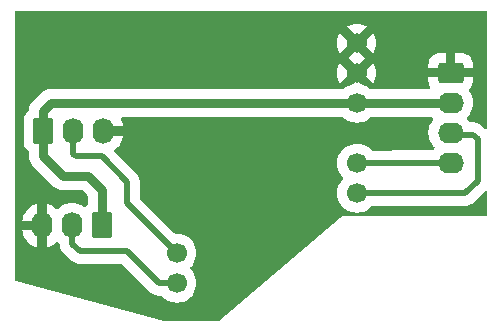
<source format=gbr>
%TF.GenerationSoftware,KiCad,Pcbnew,8.0.1*%
%TF.CreationDate,2024-08-07T22:17:08+12:00*%
%TF.ProjectId,Stm32_Bluepill Breakout,53746d33-325f-4426-9c75-6570696c6c20,rev?*%
%TF.SameCoordinates,Original*%
%TF.FileFunction,Copper,L2,Bot*%
%TF.FilePolarity,Positive*%
%FSLAX46Y46*%
G04 Gerber Fmt 4.6, Leading zero omitted, Abs format (unit mm)*
G04 Created by KiCad (PCBNEW 8.0.1) date 2024-08-07 22:17:08*
%MOMM*%
%LPD*%
G01*
G04 APERTURE LIST*
G04 Aperture macros list*
%AMRoundRect*
0 Rectangle with rounded corners*
0 $1 Rounding radius*
0 $2 $3 $4 $5 $6 $7 $8 $9 X,Y pos of 4 corners*
0 Add a 4 corners polygon primitive as box body*
4,1,4,$2,$3,$4,$5,$6,$7,$8,$9,$2,$3,0*
0 Add four circle primitives for the rounded corners*
1,1,$1+$1,$2,$3*
1,1,$1+$1,$4,$5*
1,1,$1+$1,$6,$7*
1,1,$1+$1,$8,$9*
0 Add four rect primitives between the rounded corners*
20,1,$1+$1,$2,$3,$4,$5,0*
20,1,$1+$1,$4,$5,$6,$7,0*
20,1,$1+$1,$6,$7,$8,$9,0*
20,1,$1+$1,$8,$9,$2,$3,0*%
G04 Aperture macros list end*
%TA.AperFunction,ComponentPad*%
%ADD10C,1.700000*%
%TD*%
%TA.AperFunction,ComponentPad*%
%ADD11RoundRect,0.250000X-0.845000X0.620000X-0.845000X-0.620000X0.845000X-0.620000X0.845000X0.620000X0*%
%TD*%
%TA.AperFunction,ComponentPad*%
%ADD12O,2.190000X1.740000*%
%TD*%
%TA.AperFunction,ComponentPad*%
%ADD13RoundRect,0.250000X0.620000X0.845000X-0.620000X0.845000X-0.620000X-0.845000X0.620000X-0.845000X0*%
%TD*%
%TA.AperFunction,ComponentPad*%
%ADD14O,1.740000X2.190000*%
%TD*%
%TA.AperFunction,ComponentPad*%
%ADD15RoundRect,0.250000X-0.620000X-0.845000X0.620000X-0.845000X0.620000X0.845000X-0.620000X0.845000X0*%
%TD*%
%TA.AperFunction,Conductor*%
%ADD16C,0.800000*%
%TD*%
%TA.AperFunction,Conductor*%
%ADD17C,0.500000*%
%TD*%
G04 APERTURE END LIST*
D10*
%TO.P,U1,8,PA11*%
%TO.N,/RPM*%
X138400000Y-88940000D03*
%TO.P,U1,9,PA12*%
%TO.N,/SPD*%
X138400000Y-91480000D03*
%TO.P,U1,35,PB10*%
%TO.N,/SDA*%
X153640000Y-83860000D03*
%TO.P,U1,36,PB11*%
%TO.N,/SCL*%
X153640000Y-81320000D03*
%TO.P,U1,38,3V3*%
%TO.N,+3.3V*%
X153640000Y-76240000D03*
%TO.P,U1,39,GND*%
%TO.N,GND*%
X153640000Y-73700000D03*
%TO.P,U1,40,GND*%
X153640000Y-71160000D03*
%TD*%
D11*
%TO.P,J7,1,Pin_1*%
%TO.N,GND*%
X161600000Y-73660000D03*
D12*
%TO.P,J7,2,Pin_2*%
%TO.N,+3.3V*%
X161600000Y-76200000D03*
%TO.P,J7,3,Pin_3*%
%TO.N,/SDA*%
X161600000Y-78740000D03*
%TO.P,J7,4,Pin_4*%
%TO.N,/SCL*%
X161600000Y-81280000D03*
%TD*%
D13*
%TO.P,J2,1,Pin_1*%
%TO.N,+3.3V*%
X132080000Y-86600000D03*
D14*
%TO.P,J2,2,Pin_2*%
%TO.N,/SPD*%
X129540000Y-86600000D03*
%TO.P,J2,3,Pin_3*%
%TO.N,GND*%
X127000000Y-86600000D03*
%TD*%
D15*
%TO.P,J1,1,Pin_1*%
%TO.N,+3.3V*%
X127100000Y-78600000D03*
D14*
%TO.P,J1,2,Pin_2*%
%TO.N,/RPM*%
X129640000Y-78600000D03*
%TO.P,J1,3,Pin_3*%
%TO.N,GND*%
X132180000Y-78600000D03*
%TD*%
D16*
%TO.N,+3.3V*%
X132080000Y-83580000D02*
X132080000Y-86600000D01*
X130900000Y-82400000D02*
X132080000Y-83580000D01*
X128800000Y-82400000D02*
X130900000Y-82400000D01*
X127100000Y-80700000D02*
X128800000Y-82400000D01*
X127100000Y-78600000D02*
X127100000Y-80700000D01*
D17*
%TO.N,/RPM*%
X129640000Y-80540000D02*
X129640000Y-78600000D01*
X132045000Y-80745000D02*
X129845000Y-80745000D01*
X134200000Y-84740000D02*
X134200000Y-82900000D01*
X134200000Y-82900000D02*
X132045000Y-80745000D01*
X138400000Y-88940000D02*
X134200000Y-84740000D01*
X129845000Y-80745000D02*
X129640000Y-80540000D01*
%TO.N,/SPD*%
X130200000Y-88800000D02*
X129540000Y-88140000D01*
X129540000Y-88140000D02*
X129540000Y-86700000D01*
X134200000Y-88800000D02*
X130200000Y-88800000D01*
X136880000Y-91480000D02*
X134200000Y-88800000D01*
X138400000Y-91480000D02*
X136880000Y-91480000D01*
D16*
%TO.N,+3.3V*%
X127100000Y-76900000D02*
X127100000Y-78600000D01*
X127760000Y-76240000D02*
X127100000Y-76900000D01*
X153640000Y-76240000D02*
X127760000Y-76240000D01*
D17*
%TO.N,/SCL*%
X156700000Y-81300000D02*
X156680000Y-81320000D01*
X156680000Y-81320000D02*
X153640000Y-81320000D01*
X161580000Y-81300000D02*
X156700000Y-81300000D01*
X161600000Y-81280000D02*
X161580000Y-81300000D01*
%TO.N,GND*%
X161480000Y-73700000D02*
X161600000Y-73820000D01*
D16*
%TO.N,+3.3V*%
X153640000Y-76240000D02*
X161480000Y-76240000D01*
X161480000Y-76240000D02*
X161600000Y-76360000D01*
D17*
%TO.N,/SDA*%
X163500000Y-78900000D02*
X161600000Y-78900000D01*
X163900000Y-79300000D02*
X163500000Y-78900000D01*
X162840000Y-83860000D02*
X163900000Y-82800000D01*
X163900000Y-82800000D02*
X163900000Y-79300000D01*
X153640000Y-83860000D02*
X162840000Y-83860000D01*
%TD*%
%TA.AperFunction,Conductor*%
%TO.N,GND*%
G36*
X164642539Y-68420185D02*
G01*
X164688294Y-68472989D01*
X164699500Y-68524500D01*
X164699500Y-78314507D01*
X164679815Y-78381546D01*
X164627011Y-78427301D01*
X164557853Y-78437245D01*
X164494297Y-78408220D01*
X164487819Y-78402188D01*
X164320317Y-78234686D01*
X164320297Y-78234664D01*
X164169657Y-78084024D01*
X164043248Y-77999561D01*
X163997598Y-77969059D01*
X163806420Y-77889870D01*
X163806412Y-77889868D01*
X163603469Y-77849500D01*
X163603465Y-77849500D01*
X163308464Y-77849500D01*
X163241425Y-77829815D01*
X163210088Y-77800986D01*
X163083644Y-77636201D01*
X163083638Y-77636194D01*
X163005125Y-77557681D01*
X162971640Y-77496358D01*
X162976624Y-77426666D01*
X163005125Y-77382319D01*
X163083638Y-77303805D01*
X163083643Y-77303800D01*
X163216950Y-77130071D01*
X163326440Y-76940428D01*
X163410241Y-76738117D01*
X163466917Y-76526598D01*
X163495500Y-76309490D01*
X163495500Y-76090510D01*
X163466917Y-75873402D01*
X163410241Y-75661883D01*
X163326440Y-75459572D01*
X163216950Y-75269929D01*
X163165176Y-75202455D01*
X163139982Y-75137286D01*
X163154021Y-75068841D01*
X163184891Y-75031113D01*
X163191057Y-75026052D01*
X163322267Y-74866173D01*
X163322271Y-74866166D01*
X163419766Y-74683766D01*
X163479808Y-74485834D01*
X163495000Y-74331584D01*
X163495000Y-74060000D01*
X162041456Y-74060000D01*
X162076118Y-74025338D01*
X162154452Y-73889661D01*
X162195000Y-73738333D01*
X162195000Y-73581667D01*
X162154452Y-73430339D01*
X162076118Y-73294662D01*
X162041456Y-73260000D01*
X163495000Y-73260000D01*
X163495000Y-72988415D01*
X163479808Y-72834165D01*
X163419766Y-72636233D01*
X163322271Y-72453833D01*
X163322267Y-72453826D01*
X163191055Y-72293944D01*
X163031173Y-72162732D01*
X163031166Y-72162728D01*
X162848766Y-72065233D01*
X162650834Y-72005191D01*
X162496585Y-71990000D01*
X162000000Y-71990000D01*
X162000000Y-73218544D01*
X161965338Y-73183882D01*
X161829661Y-73105548D01*
X161678333Y-73065000D01*
X161521667Y-73065000D01*
X161370339Y-73105548D01*
X161234662Y-73183882D01*
X161200000Y-73218544D01*
X161200000Y-71990000D01*
X160703415Y-71990000D01*
X160549165Y-72005191D01*
X160351233Y-72065233D01*
X160168833Y-72162728D01*
X160168826Y-72162732D01*
X160008944Y-72293944D01*
X159877732Y-72453826D01*
X159877728Y-72453833D01*
X159780233Y-72636233D01*
X159720191Y-72834165D01*
X159705000Y-72988415D01*
X159705000Y-73260000D01*
X161158544Y-73260000D01*
X161123882Y-73294662D01*
X161045548Y-73430339D01*
X161005000Y-73581667D01*
X161005000Y-73738333D01*
X161045548Y-73889661D01*
X161123882Y-74025338D01*
X161158544Y-74060000D01*
X159705000Y-74060000D01*
X159705000Y-74331584D01*
X159720191Y-74485834D01*
X159780233Y-74683766D01*
X159872854Y-74857047D01*
X159887096Y-74925450D01*
X159862096Y-74990693D01*
X159805791Y-75032064D01*
X159763496Y-75039500D01*
X154821531Y-75039500D01*
X154754492Y-75019815D01*
X154741000Y-75009790D01*
X154613143Y-74900590D01*
X154556979Y-74866173D01*
X154391628Y-74764846D01*
X154391627Y-74764845D01*
X154391623Y-74764843D01*
X154195884Y-74683766D01*
X154151610Y-74665427D01*
X154151607Y-74665426D01*
X154151604Y-74665425D01*
X154038402Y-74638246D01*
X153979670Y-74605354D01*
X153640001Y-74265685D01*
X153640000Y-74265685D01*
X153300329Y-74605355D01*
X153241597Y-74638248D01*
X153128386Y-74665428D01*
X152888376Y-74764843D01*
X152666856Y-74900590D01*
X152539000Y-75009790D01*
X152475239Y-75038361D01*
X152458469Y-75039500D01*
X127665514Y-75039500D01*
X127478881Y-75069059D01*
X127299163Y-75127454D01*
X127130800Y-75213240D01*
X126977923Y-75324312D01*
X126184313Y-76117921D01*
X126184309Y-76117926D01*
X126164263Y-76145518D01*
X126164263Y-76145519D01*
X126073240Y-76270800D01*
X125987454Y-76439163D01*
X125929059Y-76618881D01*
X125899500Y-76805513D01*
X125899500Y-76813784D01*
X125879815Y-76880823D01*
X125854164Y-76909638D01*
X125733589Y-77008589D01*
X125602317Y-77168547D01*
X125504769Y-77351043D01*
X125444699Y-77549067D01*
X125429500Y-77703395D01*
X125429500Y-79496604D01*
X125444699Y-79650932D01*
X125457915Y-79694500D01*
X125504768Y-79848954D01*
X125602315Y-80031450D01*
X125602317Y-80031452D01*
X125733589Y-80191410D01*
X125854164Y-80290362D01*
X125893499Y-80348108D01*
X125899500Y-80386216D01*
X125899500Y-80794486D01*
X125929059Y-80981118D01*
X125987454Y-81160836D01*
X126068553Y-81320000D01*
X126073240Y-81329199D01*
X126184310Y-81482074D01*
X128017926Y-83315690D01*
X128170801Y-83426760D01*
X128339168Y-83512547D01*
X128518882Y-83570940D01*
X128588870Y-83582025D01*
X128705513Y-83600500D01*
X128705518Y-83600500D01*
X128705519Y-83600500D01*
X130351374Y-83600500D01*
X130418413Y-83620185D01*
X130439055Y-83636819D01*
X130843181Y-84040945D01*
X130876666Y-84102268D01*
X130879500Y-84128626D01*
X130879500Y-84813784D01*
X130859815Y-84880823D01*
X130834164Y-84909638D01*
X130713587Y-85008591D01*
X130708484Y-85014810D01*
X130650738Y-85054143D01*
X130580893Y-85056012D01*
X130537147Y-85034519D01*
X130470070Y-84983049D01*
X130280438Y-84873565D01*
X130280433Y-84873562D01*
X130280428Y-84873560D01*
X130080971Y-84790941D01*
X130078115Y-84789758D01*
X129972357Y-84761421D01*
X129866598Y-84733083D01*
X129830314Y-84728306D01*
X129649497Y-84704500D01*
X129649490Y-84704500D01*
X129430510Y-84704500D01*
X129430502Y-84704500D01*
X129223853Y-84731707D01*
X129213402Y-84733083D01*
X129168699Y-84745060D01*
X129001884Y-84789758D01*
X128943882Y-84813784D01*
X128799572Y-84873560D01*
X128799569Y-84873561D01*
X128799561Y-84873565D01*
X128609929Y-84983049D01*
X128436202Y-85116354D01*
X128357327Y-85195229D01*
X128296003Y-85228713D01*
X128226312Y-85223729D01*
X128181965Y-85195228D01*
X128103475Y-85116738D01*
X128103468Y-85116732D01*
X127929801Y-84983473D01*
X127929785Y-84983462D01*
X127740214Y-84874012D01*
X127740198Y-84874004D01*
X127537959Y-84790235D01*
X127400000Y-84753268D01*
X127400000Y-86158544D01*
X127365338Y-86123882D01*
X127229661Y-86045548D01*
X127078333Y-86005000D01*
X126921667Y-86005000D01*
X126770339Y-86045548D01*
X126634662Y-86123882D01*
X126600000Y-86158544D01*
X126600000Y-84753268D01*
X126462040Y-84790235D01*
X126259801Y-84874004D01*
X126259785Y-84874012D01*
X126070214Y-84983462D01*
X126070198Y-84983473D01*
X125896531Y-85116732D01*
X125896524Y-85116738D01*
X125741738Y-85271524D01*
X125741732Y-85271531D01*
X125608473Y-85445198D01*
X125608462Y-85445214D01*
X125499012Y-85634785D01*
X125499004Y-85634801D01*
X125415234Y-85837043D01*
X125358573Y-86048503D01*
X125338628Y-86200000D01*
X126558544Y-86200000D01*
X126523882Y-86234662D01*
X126445548Y-86370339D01*
X126405000Y-86521667D01*
X126405000Y-86678333D01*
X126445548Y-86829661D01*
X126523882Y-86965338D01*
X126558544Y-87000000D01*
X125338629Y-87000000D01*
X125358573Y-87151496D01*
X125415234Y-87362956D01*
X125499004Y-87565198D01*
X125499012Y-87565214D01*
X125608462Y-87754785D01*
X125608473Y-87754801D01*
X125741732Y-87928468D01*
X125741738Y-87928475D01*
X125896524Y-88083261D01*
X125896531Y-88083267D01*
X126070198Y-88216526D01*
X126070214Y-88216537D01*
X126259785Y-88325987D01*
X126259796Y-88325992D01*
X126462034Y-88409762D01*
X126462041Y-88409764D01*
X126599999Y-88446730D01*
X126600000Y-88446730D01*
X126600000Y-87041456D01*
X126634662Y-87076118D01*
X126770339Y-87154452D01*
X126921667Y-87195000D01*
X127078333Y-87195000D01*
X127229661Y-87154452D01*
X127365338Y-87076118D01*
X127400000Y-87041456D01*
X127400000Y-88446730D01*
X127537958Y-88409764D01*
X127537965Y-88409762D01*
X127740203Y-88325992D01*
X127740214Y-88325987D01*
X127929785Y-88216537D01*
X127929801Y-88216526D01*
X128103467Y-88083268D01*
X128181964Y-88004771D01*
X128243287Y-87971286D01*
X128312979Y-87976270D01*
X128357327Y-88004771D01*
X128436194Y-88083638D01*
X128436198Y-88083641D01*
X128436200Y-88083643D01*
X128440986Y-88087315D01*
X128482188Y-88143741D01*
X128489500Y-88185691D01*
X128489500Y-88243469D01*
X128529868Y-88446412D01*
X128529870Y-88446420D01*
X128609059Y-88637598D01*
X128724023Y-88809655D01*
X128870345Y-88955977D01*
X128870346Y-88955977D01*
X128877413Y-88963044D01*
X128877412Y-88963044D01*
X128877415Y-88963046D01*
X129384022Y-89469654D01*
X129384023Y-89469655D01*
X129530345Y-89615977D01*
X129702402Y-89730941D01*
X129893580Y-89810130D01*
X130096530Y-89850499D01*
X130096534Y-89850500D01*
X130096535Y-89850500D01*
X133713507Y-89850500D01*
X133780546Y-89870185D01*
X133801188Y-89886819D01*
X136060897Y-92146528D01*
X136060926Y-92146559D01*
X136210342Y-92295975D01*
X136210345Y-92295977D01*
X136382402Y-92410941D01*
X136573580Y-92490130D01*
X136742861Y-92523802D01*
X136765309Y-92528267D01*
X136776533Y-92530500D01*
X136776534Y-92530500D01*
X136776535Y-92530500D01*
X137069495Y-92530500D01*
X137136534Y-92550185D01*
X137163785Y-92573968D01*
X137229311Y-92650689D01*
X137426860Y-92819412D01*
X137648372Y-92955154D01*
X137648374Y-92955154D01*
X137648376Y-92955156D01*
X137709693Y-92980554D01*
X137888390Y-93054573D01*
X138141006Y-93115221D01*
X138400000Y-93135604D01*
X138658994Y-93115221D01*
X138911610Y-93054573D01*
X139151628Y-92955154D01*
X139373140Y-92819412D01*
X139570689Y-92650689D01*
X139739412Y-92453140D01*
X139875154Y-92231628D01*
X139974573Y-91991610D01*
X140035221Y-91738994D01*
X140055604Y-91480000D01*
X140035221Y-91221006D01*
X139974573Y-90968390D01*
X139875154Y-90728372D01*
X139739412Y-90506860D01*
X139570689Y-90309311D01*
X139564809Y-90304289D01*
X139526617Y-90245787D01*
X139526116Y-90175919D01*
X139563468Y-90116872D01*
X139564702Y-90115802D01*
X139570689Y-90110689D01*
X139739412Y-89913140D01*
X139875154Y-89691628D01*
X139974573Y-89451610D01*
X140035221Y-89198994D01*
X140055604Y-88940000D01*
X140035221Y-88681006D01*
X139974573Y-88428390D01*
X139897974Y-88243465D01*
X139875156Y-88188376D01*
X139842241Y-88134664D01*
X139739412Y-87966860D01*
X139570689Y-87769311D01*
X139373140Y-87600588D01*
X139151628Y-87464846D01*
X139151627Y-87464845D01*
X139151623Y-87464843D01*
X138985627Y-87396086D01*
X138911610Y-87365427D01*
X138911611Y-87365427D01*
X138773921Y-87332370D01*
X138658994Y-87304779D01*
X138658992Y-87304778D01*
X138658991Y-87304778D01*
X138424189Y-87286299D01*
X138400000Y-87284396D01*
X138399999Y-87284396D01*
X138299414Y-87292311D01*
X138231037Y-87277946D01*
X138202006Y-87256374D01*
X135286819Y-84341187D01*
X135253334Y-84279864D01*
X135250500Y-84253506D01*
X135250500Y-82796534D01*
X135250499Y-82796530D01*
X135227943Y-82683132D01*
X135210130Y-82593580D01*
X135130941Y-82402402D01*
X135015977Y-82230345D01*
X135015975Y-82230342D01*
X134866559Y-82080926D01*
X134866528Y-82080897D01*
X133148875Y-80363244D01*
X133115390Y-80301921D01*
X133120374Y-80232229D01*
X133161070Y-80177187D01*
X133283468Y-80083267D01*
X133283475Y-80083261D01*
X133438261Y-79928475D01*
X133438267Y-79928468D01*
X133571526Y-79754801D01*
X133571537Y-79754785D01*
X133680987Y-79565214D01*
X133680995Y-79565198D01*
X133764765Y-79362956D01*
X133821426Y-79151496D01*
X133841371Y-79000000D01*
X132621456Y-79000000D01*
X132656118Y-78965338D01*
X132734452Y-78829661D01*
X132775000Y-78678333D01*
X132775000Y-78521667D01*
X132734452Y-78370339D01*
X132656118Y-78234662D01*
X132621456Y-78200000D01*
X133841371Y-78200000D01*
X133821426Y-78048503D01*
X133764765Y-77837043D01*
X133680995Y-77634801D01*
X133680991Y-77634794D01*
X133676202Y-77626498D01*
X133659732Y-77558597D01*
X133682585Y-77492571D01*
X133737507Y-77449381D01*
X133783591Y-77440500D01*
X152458469Y-77440500D01*
X152525508Y-77460185D01*
X152539000Y-77470210D01*
X152666856Y-77579409D01*
X152666860Y-77579412D01*
X152888372Y-77715154D01*
X152888374Y-77715154D01*
X152888376Y-77715156D01*
X152949693Y-77740554D01*
X153128390Y-77814573D01*
X153381006Y-77875221D01*
X153640000Y-77895604D01*
X153898994Y-77875221D01*
X154151610Y-77814573D01*
X154391628Y-77715154D01*
X154613140Y-77579412D01*
X154658607Y-77540579D01*
X154741000Y-77470210D01*
X154804761Y-77441639D01*
X154821531Y-77440500D01*
X160015075Y-77440500D01*
X160082114Y-77460185D01*
X160127869Y-77512989D01*
X160137813Y-77582147D01*
X160113451Y-77639986D01*
X159983049Y-77809929D01*
X159873565Y-77999561D01*
X159873560Y-77999573D01*
X159789758Y-78201884D01*
X159733084Y-78413399D01*
X159733082Y-78413410D01*
X159704500Y-78630502D01*
X159704500Y-78849497D01*
X159724315Y-79000000D01*
X159733083Y-79066598D01*
X159789759Y-79278117D01*
X159873560Y-79480428D01*
X159873562Y-79480433D01*
X159873565Y-79480438D01*
X159983049Y-79670070D01*
X160116355Y-79843798D01*
X160116361Y-79843805D01*
X160194875Y-79922319D01*
X160228360Y-79983642D01*
X160223376Y-80053334D01*
X160194875Y-80097681D01*
X160116361Y-80176194D01*
X160116357Y-80176198D01*
X160097339Y-80200985D01*
X160040911Y-80242189D01*
X159998962Y-80249500D01*
X156596534Y-80249500D01*
X156548003Y-80259153D01*
X156507967Y-80267117D01*
X156483777Y-80269500D01*
X154970505Y-80269500D01*
X154903466Y-80249815D01*
X154876215Y-80226032D01*
X154868077Y-80216503D01*
X154810689Y-80149311D01*
X154613140Y-79980588D01*
X154391628Y-79844846D01*
X154391627Y-79844845D01*
X154391623Y-79844843D01*
X154225627Y-79776086D01*
X154151610Y-79745427D01*
X154151611Y-79745427D01*
X154013921Y-79712370D01*
X153898994Y-79684779D01*
X153898992Y-79684778D01*
X153898991Y-79684778D01*
X153640000Y-79664396D01*
X153381009Y-79684778D01*
X153128389Y-79745427D01*
X152888376Y-79844843D01*
X152666859Y-79980588D01*
X152469311Y-80149311D01*
X152300588Y-80346859D01*
X152164843Y-80568376D01*
X152065427Y-80808389D01*
X152004778Y-81061009D01*
X151984396Y-81320000D01*
X152004778Y-81578990D01*
X152065427Y-81831610D01*
X152164843Y-82071623D01*
X152164845Y-82071627D01*
X152164846Y-82071628D01*
X152300588Y-82293140D01*
X152469311Y-82490689D01*
X152475193Y-82495712D01*
X152513383Y-82554219D01*
X152513881Y-82624087D01*
X152476526Y-82683132D01*
X152475256Y-82684232D01*
X152469311Y-82689311D01*
X152469309Y-82689313D01*
X152300588Y-82886859D01*
X152164843Y-83108376D01*
X152065427Y-83348389D01*
X152004778Y-83601009D01*
X151984396Y-83860000D01*
X152004778Y-84118990D01*
X152065427Y-84371610D01*
X152164843Y-84611623D01*
X152164845Y-84611627D01*
X152164846Y-84611628D01*
X152300588Y-84833140D01*
X152469311Y-85030689D01*
X152666860Y-85199412D01*
X152888372Y-85335154D01*
X152888374Y-85335154D01*
X152888376Y-85335156D01*
X152949693Y-85360554D01*
X153128390Y-85434573D01*
X153381006Y-85495221D01*
X153640000Y-85515604D01*
X153898994Y-85495221D01*
X154151610Y-85434573D01*
X154391628Y-85335154D01*
X154613140Y-85199412D01*
X154810689Y-85030689D01*
X154876215Y-84953968D01*
X154934722Y-84915775D01*
X154970505Y-84910500D01*
X162943466Y-84910500D01*
X162943467Y-84910499D01*
X163146420Y-84870130D01*
X163337598Y-84790941D01*
X163337603Y-84790937D01*
X163337606Y-84790936D01*
X163367931Y-84770672D01*
X163397464Y-84750940D01*
X163509655Y-84675977D01*
X163655977Y-84529655D01*
X163655978Y-84529653D01*
X163663044Y-84522587D01*
X163663047Y-84522583D01*
X164487819Y-83697811D01*
X164549142Y-83664326D01*
X164618834Y-83669310D01*
X164674767Y-83711182D01*
X164699184Y-83776646D01*
X164699500Y-83785492D01*
X164699500Y-85675500D01*
X164679815Y-85742539D01*
X164627011Y-85788294D01*
X164575500Y-85799500D01*
X152625710Y-85799500D01*
X152615518Y-85799080D01*
X152596445Y-85797507D01*
X152575469Y-85795777D01*
X152565932Y-85797507D01*
X152543794Y-85799500D01*
X152534108Y-85799500D01*
X152534106Y-85799500D01*
X152534100Y-85799501D01*
X152495288Y-85809899D01*
X152485345Y-85812130D01*
X152445801Y-85819307D01*
X152445796Y-85819309D01*
X152437029Y-85823450D01*
X152416174Y-85831099D01*
X152406818Y-85833606D01*
X152406814Y-85833607D01*
X152406814Y-85833608D01*
X152378313Y-85850062D01*
X152372012Y-85853700D01*
X152362985Y-85858427D01*
X152326646Y-85875594D01*
X152326642Y-85875597D01*
X152319248Y-85881864D01*
X152301087Y-85894648D01*
X152292693Y-85899494D01*
X152292680Y-85899504D01*
X152264267Y-85927916D01*
X152256768Y-85934823D01*
X141951115Y-94670092D01*
X141887247Y-94698423D01*
X141870937Y-94699500D01*
X137381988Y-94699500D01*
X137349981Y-94695298D01*
X124792493Y-91340244D01*
X124732806Y-91303922D01*
X124702232Y-91241097D01*
X124700500Y-91220446D01*
X124700500Y-73700000D01*
X151984898Y-73700000D01*
X152005274Y-73958912D01*
X152065901Y-74211445D01*
X152065906Y-74211462D01*
X152165287Y-74451389D01*
X152165292Y-74451399D01*
X152225182Y-74549132D01*
X153008489Y-73765826D01*
X153140000Y-73765826D01*
X153174075Y-73892993D01*
X153239901Y-74007007D01*
X153332993Y-74100099D01*
X153447007Y-74165925D01*
X153574174Y-74200000D01*
X153705826Y-74200000D01*
X153832993Y-74165925D01*
X153947007Y-74100099D01*
X154040099Y-74007007D01*
X154105925Y-73892993D01*
X154140000Y-73765826D01*
X154140000Y-73700001D01*
X154205685Y-73700001D01*
X155054816Y-74549132D01*
X155054817Y-74549132D01*
X155114707Y-74451400D01*
X155114709Y-74451397D01*
X155214093Y-74211462D01*
X155214098Y-74211445D01*
X155274725Y-73958912D01*
X155295101Y-73700000D01*
X155274725Y-73441087D01*
X155214098Y-73188554D01*
X155214093Y-73188537D01*
X155114709Y-72948602D01*
X155114707Y-72948599D01*
X155054816Y-72850866D01*
X154205685Y-73699999D01*
X154205685Y-73700001D01*
X154140000Y-73700001D01*
X154140000Y-73634174D01*
X154105925Y-73507007D01*
X154040099Y-73392993D01*
X153947007Y-73299901D01*
X153832993Y-73234075D01*
X153705826Y-73200000D01*
X153574174Y-73200000D01*
X153447007Y-73234075D01*
X153332993Y-73299901D01*
X153239901Y-73392993D01*
X153174075Y-73507007D01*
X153140000Y-73634174D01*
X153140000Y-73765826D01*
X153008489Y-73765826D01*
X153074315Y-73700000D01*
X153074315Y-73699999D01*
X152225182Y-72850866D01*
X152165292Y-72948600D01*
X152165287Y-72948610D01*
X152065906Y-73188537D01*
X152065901Y-73188554D01*
X152005274Y-73441087D01*
X151984898Y-73700000D01*
X124700500Y-73700000D01*
X124700500Y-72430000D01*
X152935685Y-72430000D01*
X153640000Y-73134315D01*
X154344315Y-72430000D01*
X153640000Y-71725685D01*
X152935685Y-72430000D01*
X124700500Y-72430000D01*
X124700500Y-71160000D01*
X151984898Y-71160000D01*
X152005274Y-71418912D01*
X152065901Y-71671445D01*
X152065906Y-71671462D01*
X152165287Y-71911389D01*
X152165292Y-71911399D01*
X152225182Y-72009132D01*
X153008489Y-71225826D01*
X153140000Y-71225826D01*
X153174075Y-71352993D01*
X153239901Y-71467007D01*
X153332993Y-71560099D01*
X153447007Y-71625925D01*
X153574174Y-71660000D01*
X153705826Y-71660000D01*
X153832993Y-71625925D01*
X153947007Y-71560099D01*
X154040099Y-71467007D01*
X154105925Y-71352993D01*
X154140000Y-71225826D01*
X154140000Y-71160001D01*
X154205685Y-71160001D01*
X155054816Y-72009132D01*
X155054817Y-72009132D01*
X155114707Y-71911400D01*
X155114709Y-71911397D01*
X155214093Y-71671462D01*
X155214098Y-71671445D01*
X155274725Y-71418912D01*
X155295101Y-71160000D01*
X155274725Y-70901087D01*
X155214098Y-70648554D01*
X155214093Y-70648537D01*
X155114709Y-70408602D01*
X155114707Y-70408599D01*
X155054816Y-70310866D01*
X154205685Y-71159999D01*
X154205685Y-71160001D01*
X154140000Y-71160001D01*
X154140000Y-71094174D01*
X154105925Y-70967007D01*
X154040099Y-70852993D01*
X153947007Y-70759901D01*
X153832993Y-70694075D01*
X153705826Y-70660000D01*
X153574174Y-70660000D01*
X153447007Y-70694075D01*
X153332993Y-70759901D01*
X153239901Y-70852993D01*
X153174075Y-70967007D01*
X153140000Y-71094174D01*
X153140000Y-71225826D01*
X153008489Y-71225826D01*
X153074315Y-71160000D01*
X153074315Y-71159999D01*
X152225182Y-70310866D01*
X152165292Y-70408600D01*
X152165287Y-70408610D01*
X152065906Y-70648537D01*
X152065901Y-70648554D01*
X152005274Y-70901087D01*
X151984898Y-71160000D01*
X124700500Y-71160000D01*
X124700500Y-69745182D01*
X152790866Y-69745182D01*
X153640000Y-70594315D01*
X153640001Y-70594315D01*
X154489132Y-69745182D01*
X154391399Y-69685292D01*
X154391389Y-69685287D01*
X154151462Y-69585906D01*
X154151445Y-69585901D01*
X153898911Y-69525274D01*
X153898912Y-69525274D01*
X153640000Y-69504898D01*
X153381087Y-69525274D01*
X153128554Y-69585901D01*
X153128537Y-69585906D01*
X152888610Y-69685287D01*
X152888600Y-69685292D01*
X152790866Y-69745182D01*
X124700500Y-69745182D01*
X124700500Y-68524500D01*
X124720185Y-68457461D01*
X124772989Y-68411706D01*
X124824500Y-68400500D01*
X164575500Y-68400500D01*
X164642539Y-68420185D01*
G37*
%TD.AperFunction*%
%TD*%
M02*

</source>
